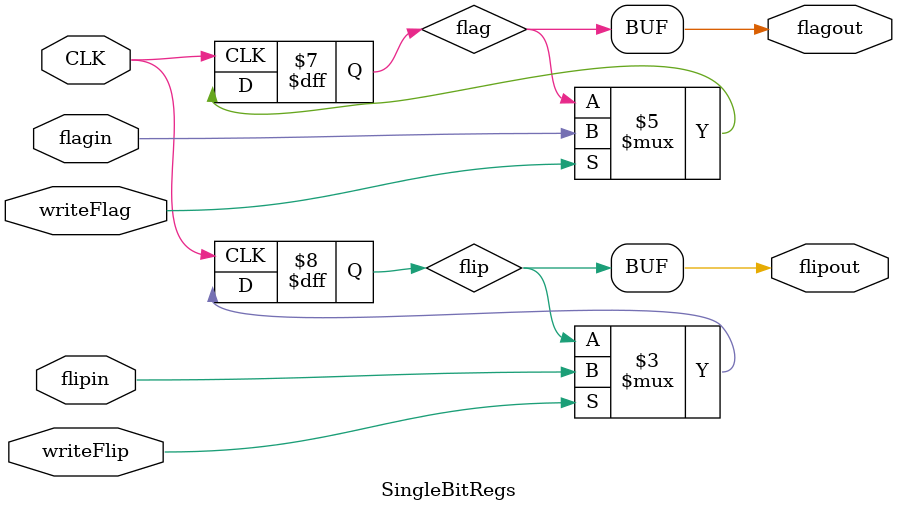
<source format=sv>
/*****************************************************************************
  File Name:    SingleBitRegs.sv
  Author:       Chenxu Jiang
                DingCheng Hu
  Date:         Apr 29, 2017
  Description:  2 single-bit
                Input   flipin, flagin, CLK
                Output  flipout, flagout
*****************************************************************************/
module SingleBitRegs (
  input     flipin,       // flip to update
  input     flagin,       // flag to update
  input     writeFlip,    // if write the flip bit
  input     writeFlag,    // if write the flag bit
  input     CLK,
  output    flipout,      // output flip
  output    flagout       // output flag
);

  reg       flag, flip;

  // always output
  assign    flagout = flag;
  assign    flipout = flip;

  always @(posedge CLK) begin
    if (writeFlag) begin
      flag <= flagin;
    end
    if (writeFlip) begin
      flip <= flipin;
    end
  end

  // initial
  initial begin
    flag = 1'b0;
    flip = 1'b0;

    $dumpfile("cpu.vcd");
    $dumpvars(0, flag);
    $dumpvars(0, flip);
  end

endmodule

</source>
